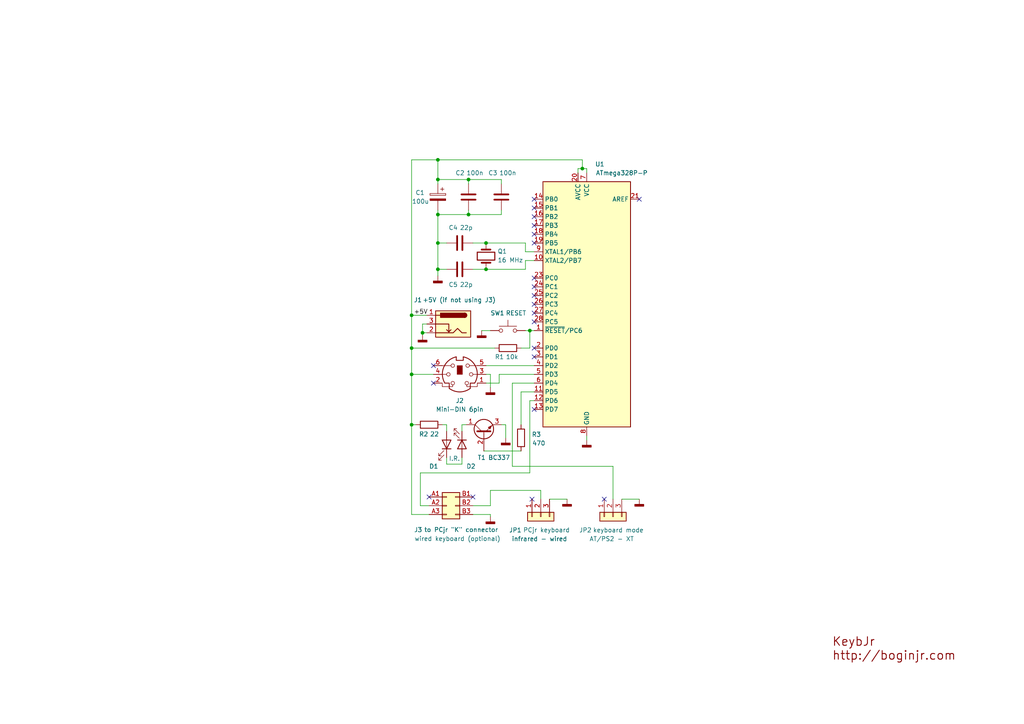
<source format=kicad_sch>
(kicad_sch (version 20230121) (generator eeschema)

  (uuid e63e39d7-6ac0-4ffd-8aa3-1841a4541b55)

  (paper "A4")

  (lib_symbols
    (symbol "Connector:Barrel_Jack_Switch" (pin_names hide) (in_bom yes) (on_board yes)
      (property "Reference" "J" (at 0 5.334 0)
        (effects (font (size 1.27 1.27)))
      )
      (property "Value" "Barrel_Jack_Switch" (at 0 -5.08 0)
        (effects (font (size 1.27 1.27)))
      )
      (property "Footprint" "" (at 1.27 -1.016 0)
        (effects (font (size 1.27 1.27)) hide)
      )
      (property "Datasheet" "~" (at 1.27 -1.016 0)
        (effects (font (size 1.27 1.27)) hide)
      )
      (property "ki_keywords" "DC power barrel jack connector" (at 0 0 0)
        (effects (font (size 1.27 1.27)) hide)
      )
      (property "ki_description" "DC Barrel Jack with an internal switch" (at 0 0 0)
        (effects (font (size 1.27 1.27)) hide)
      )
      (property "ki_fp_filters" "BarrelJack*" (at 0 0 0)
        (effects (font (size 1.27 1.27)) hide)
      )
      (symbol "Barrel_Jack_Switch_0_1"
        (rectangle (start -5.08 3.81) (end 5.08 -3.81)
          (stroke (width 0.254) (type default))
          (fill (type background))
        )
        (arc (start -3.302 3.175) (mid -3.9343 2.54) (end -3.302 1.905)
          (stroke (width 0.254) (type default))
          (fill (type none))
        )
        (arc (start -3.302 3.175) (mid -3.9343 2.54) (end -3.302 1.905)
          (stroke (width 0.254) (type default))
          (fill (type outline))
        )
        (polyline
          (pts
            (xy 1.27 -2.286)
            (xy 1.905 -1.651)
          )
          (stroke (width 0.254) (type default))
          (fill (type none))
        )
        (polyline
          (pts
            (xy 5.08 2.54)
            (xy 3.81 2.54)
          )
          (stroke (width 0.254) (type default))
          (fill (type none))
        )
        (polyline
          (pts
            (xy 5.08 0)
            (xy 1.27 0)
            (xy 1.27 -2.286)
            (xy 0.635 -1.651)
          )
          (stroke (width 0.254) (type default))
          (fill (type none))
        )
        (polyline
          (pts
            (xy -3.81 -2.54)
            (xy -2.54 -2.54)
            (xy -1.27 -1.27)
            (xy 0 -2.54)
            (xy 2.54 -2.54)
            (xy 5.08 -2.54)
          )
          (stroke (width 0.254) (type default))
          (fill (type none))
        )
        (rectangle (start 3.683 3.175) (end -3.302 1.905)
          (stroke (width 0.254) (type default))
          (fill (type outline))
        )
      )
      (symbol "Barrel_Jack_Switch_1_1"
        (pin passive line (at 7.62 2.54 180) (length 2.54)
          (name "~" (effects (font (size 1.27 1.27))))
          (number "1" (effects (font (size 1.27 1.27))))
        )
        (pin passive line (at 7.62 -2.54 180) (length 2.54)
          (name "~" (effects (font (size 1.27 1.27))))
          (number "2" (effects (font (size 1.27 1.27))))
        )
        (pin passive line (at 7.62 0 180) (length 2.54)
          (name "~" (effects (font (size 1.27 1.27))))
          (number "3" (effects (font (size 1.27 1.27))))
        )
      )
    )
    (symbol "Connector:Mini-DIN-6" (pin_names (offset 1.016)) (in_bom yes) (on_board yes)
      (property "Reference" "J" (at 0 6.35 0)
        (effects (font (size 1.27 1.27)))
      )
      (property "Value" "Mini-DIN-6" (at 0 -6.35 0)
        (effects (font (size 1.27 1.27)))
      )
      (property "Footprint" "" (at 0 0 0)
        (effects (font (size 1.27 1.27)) hide)
      )
      (property "Datasheet" "http://service.powerdynamics.com/ec/Catalog17/Section%2011.pdf" (at 0 0 0)
        (effects (font (size 1.27 1.27)) hide)
      )
      (property "ki_keywords" "Mini-DIN" (at 0 0 0)
        (effects (font (size 1.27 1.27)) hide)
      )
      (property "ki_description" "6-pin Mini-DIN connector" (at 0 0 0)
        (effects (font (size 1.27 1.27)) hide)
      )
      (property "ki_fp_filters" "MINI?DIN*" (at 0 0 0)
        (effects (font (size 1.27 1.27)) hide)
      )
      (symbol "Mini-DIN-6_0_1"
        (circle (center -3.302 0) (radius 0.508)
          (stroke (width 0) (type default))
          (fill (type none))
        )
        (arc (start -3.048 -4.064) (mid 0 -5.08) (end 3.048 -4.064)
          (stroke (width 0.254) (type default))
          (fill (type none))
        )
        (circle (center -2.032 -2.54) (radius 0.508)
          (stroke (width 0) (type default))
          (fill (type none))
        )
        (circle (center -2.032 2.54) (radius 0.508)
          (stroke (width 0) (type default))
          (fill (type none))
        )
        (arc (start -1.016 5.08) (mid -4.6228 2.1214) (end -4.318 -2.54)
          (stroke (width 0.254) (type default))
          (fill (type none))
        )
        (rectangle (start -0.762 2.54) (end 0.762 0)
          (stroke (width 0) (type default))
          (fill (type outline))
        )
        (polyline
          (pts
            (xy -3.81 0)
            (xy -5.08 0)
          )
          (stroke (width 0) (type default))
          (fill (type none))
        )
        (polyline
          (pts
            (xy -2.54 2.54)
            (xy -5.08 2.54)
          )
          (stroke (width 0) (type default))
          (fill (type none))
        )
        (polyline
          (pts
            (xy 2.794 2.54)
            (xy 5.08 2.54)
          )
          (stroke (width 0) (type default))
          (fill (type none))
        )
        (polyline
          (pts
            (xy 5.08 0)
            (xy 3.81 0)
          )
          (stroke (width 0) (type default))
          (fill (type none))
        )
        (polyline
          (pts
            (xy -4.318 -2.54)
            (xy -3.048 -2.54)
            (xy -3.048 -4.064)
          )
          (stroke (width 0.254) (type default))
          (fill (type none))
        )
        (polyline
          (pts
            (xy 4.318 -2.54)
            (xy 3.048 -2.54)
            (xy 3.048 -4.064)
          )
          (stroke (width 0.254) (type default))
          (fill (type none))
        )
        (polyline
          (pts
            (xy -2.032 -3.048)
            (xy -2.032 -3.556)
            (xy -5.08 -3.556)
            (xy -5.08 -2.54)
          )
          (stroke (width 0) (type default))
          (fill (type none))
        )
        (polyline
          (pts
            (xy -1.016 5.08)
            (xy -1.016 4.064)
            (xy 1.016 4.064)
            (xy 1.016 5.08)
          )
          (stroke (width 0.254) (type default))
          (fill (type none))
        )
        (polyline
          (pts
            (xy 2.032 -3.048)
            (xy 2.032 -3.556)
            (xy 5.08 -3.556)
            (xy 5.08 -2.54)
          )
          (stroke (width 0) (type default))
          (fill (type none))
        )
        (circle (center 2.032 -2.54) (radius 0.508)
          (stroke (width 0) (type default))
          (fill (type none))
        )
        (circle (center 2.286 2.54) (radius 0.508)
          (stroke (width 0) (type default))
          (fill (type none))
        )
        (circle (center 3.302 0) (radius 0.508)
          (stroke (width 0) (type default))
          (fill (type none))
        )
        (arc (start 4.318 -2.54) (mid 4.6661 2.1322) (end 1.016 5.08)
          (stroke (width 0.254) (type default))
          (fill (type none))
        )
      )
      (symbol "Mini-DIN-6_1_1"
        (pin passive line (at 7.62 -2.54 180) (length 2.54)
          (name "~" (effects (font (size 1.27 1.27))))
          (number "1" (effects (font (size 1.27 1.27))))
        )
        (pin passive line (at -7.62 -2.54 0) (length 2.54)
          (name "~" (effects (font (size 1.27 1.27))))
          (number "2" (effects (font (size 1.27 1.27))))
        )
        (pin passive line (at 7.62 0 180) (length 2.54)
          (name "~" (effects (font (size 1.27 1.27))))
          (number "3" (effects (font (size 1.27 1.27))))
        )
        (pin passive line (at -7.62 0 0) (length 2.54)
          (name "~" (effects (font (size 1.27 1.27))))
          (number "4" (effects (font (size 1.27 1.27))))
        )
        (pin passive line (at 7.62 2.54 180) (length 2.54)
          (name "~" (effects (font (size 1.27 1.27))))
          (number "5" (effects (font (size 1.27 1.27))))
        )
        (pin passive line (at -7.62 2.54 0) (length 2.54)
          (name "~" (effects (font (size 1.27 1.27))))
          (number "6" (effects (font (size 1.27 1.27))))
        )
      )
    )
    (symbol "Connector_Generic:Conn_01x03" (pin_names (offset 1.016) hide) (in_bom yes) (on_board yes)
      (property "Reference" "J" (at 0 5.08 0)
        (effects (font (size 1.27 1.27)))
      )
      (property "Value" "Conn_01x03" (at 0 -5.08 0)
        (effects (font (size 1.27 1.27)))
      )
      (property "Footprint" "" (at 0 0 0)
        (effects (font (size 1.27 1.27)) hide)
      )
      (property "Datasheet" "~" (at 0 0 0)
        (effects (font (size 1.27 1.27)) hide)
      )
      (property "ki_keywords" "connector" (at 0 0 0)
        (effects (font (size 1.27 1.27)) hide)
      )
      (property "ki_description" "Generic connector, single row, 01x03, script generated (kicad-library-utils/schlib/autogen/connector/)" (at 0 0 0)
        (effects (font (size 1.27 1.27)) hide)
      )
      (property "ki_fp_filters" "Connector*:*_1x??_*" (at 0 0 0)
        (effects (font (size 1.27 1.27)) hide)
      )
      (symbol "Conn_01x03_1_1"
        (rectangle (start -1.27 -2.413) (end 0 -2.667)
          (stroke (width 0.1524) (type default))
          (fill (type none))
        )
        (rectangle (start -1.27 0.127) (end 0 -0.127)
          (stroke (width 0.1524) (type default))
          (fill (type none))
        )
        (rectangle (start -1.27 2.667) (end 0 2.413)
          (stroke (width 0.1524) (type default))
          (fill (type none))
        )
        (rectangle (start -1.27 3.81) (end 1.27 -3.81)
          (stroke (width 0.254) (type default))
          (fill (type background))
        )
        (pin passive line (at -5.08 2.54 0) (length 3.81)
          (name "Pin_1" (effects (font (size 1.27 1.27))))
          (number "1" (effects (font (size 1.27 1.27))))
        )
        (pin passive line (at -5.08 0 0) (length 3.81)
          (name "Pin_2" (effects (font (size 1.27 1.27))))
          (number "2" (effects (font (size 1.27 1.27))))
        )
        (pin passive line (at -5.08 -2.54 0) (length 3.81)
          (name "Pin_3" (effects (font (size 1.27 1.27))))
          (number "3" (effects (font (size 1.27 1.27))))
        )
      )
    )
    (symbol "Connector_Generic:Conn_02x03_Row_Letter_First" (pin_names (offset 1.016) hide) (in_bom yes) (on_board yes)
      (property "Reference" "J?" (at 1.27 8.89 0)
        (effects (font (size 1.27 1.27)))
      )
      (property "Value" "Conn_02x03_Row_Letter_First" (at 1.27 6.35 0)
        (effects (font (size 1.27 1.27)))
      )
      (property "Footprint" "" (at 0 0 0)
        (effects (font (size 1.27 1.27)) hide)
      )
      (property "Datasheet" "~" (at 0 0 0)
        (effects (font (size 1.27 1.27)) hide)
      )
      (property "ki_keywords" "connector" (at 0 0 0)
        (effects (font (size 1.27 1.27)) hide)
      )
      (property "ki_description" "Generic connector, double row, 02x03, row letter first pin numbering scheme (pin number consists of a letter for the row and a number for the pin index in this row. a1, ..., aN; b1, ..., bN), script generated (kicad-library-utils/schlib/autogen/connector/)" (at 0 0 0)
        (effects (font (size 1.27 1.27)) hide)
      )
      (property "ki_fp_filters" "Connector*:*_2x??_*" (at 0 0 0)
        (effects (font (size 1.27 1.27)) hide)
      )
      (symbol "Conn_02x03_Row_Letter_First_1_1"
        (rectangle (start -1.27 -2.413) (end 0 -2.667)
          (stroke (width 0.1524) (type default))
          (fill (type none))
        )
        (rectangle (start -1.27 0.127) (end 0 -0.127)
          (stroke (width 0.1524) (type default))
          (fill (type none))
        )
        (rectangle (start -1.27 2.667) (end 0 2.413)
          (stroke (width 0.1524) (type default))
          (fill (type none))
        )
        (rectangle (start -1.27 3.81) (end 3.81 -3.81)
          (stroke (width 0.254) (type default))
          (fill (type background))
        )
        (rectangle (start 3.81 -2.413) (end 2.54 -2.667)
          (stroke (width 0.1524) (type default))
          (fill (type none))
        )
        (rectangle (start 3.81 0.127) (end 2.54 -0.127)
          (stroke (width 0.1524) (type default))
          (fill (type none))
        )
        (rectangle (start 3.81 2.667) (end 2.54 2.413)
          (stroke (width 0.1524) (type default))
          (fill (type none))
        )
        (pin passive line (at -5.08 2.54 0) (length 3.81)
          (name "Pin_a1" (effects (font (size 1.27 1.27))))
          (number "A1" (effects (font (size 1.27 1.27))))
        )
        (pin passive line (at -5.08 0 0) (length 3.81)
          (name "Pin_a2" (effects (font (size 1.27 1.27))))
          (number "A2" (effects (font (size 1.27 1.27))))
        )
        (pin passive line (at -5.08 -2.54 0) (length 3.81)
          (name "Pin_a3" (effects (font (size 1.27 1.27))))
          (number "A3" (effects (font (size 1.27 1.27))))
        )
        (pin passive line (at 7.62 2.54 180) (length 3.81)
          (name "Pin_b1" (effects (font (size 1.27 1.27))))
          (number "B1" (effects (font (size 1.27 1.27))))
        )
        (pin passive line (at 7.62 0 180) (length 3.81)
          (name "Pin_b2" (effects (font (size 1.27 1.27))))
          (number "B2" (effects (font (size 1.27 1.27))))
        )
        (pin passive line (at 7.62 -2.54 180) (length 3.81)
          (name "Pin_b3" (effects (font (size 1.27 1.27))))
          (number "B3" (effects (font (size 1.27 1.27))))
        )
      )
    )
    (symbol "Device:C" (pin_numbers hide) (pin_names (offset 0.254)) (in_bom yes) (on_board yes)
      (property "Reference" "C" (at 0.635 2.54 0)
        (effects (font (size 1.27 1.27)) (justify left))
      )
      (property "Value" "C" (at 0.635 -2.54 0)
        (effects (font (size 1.27 1.27)) (justify left))
      )
      (property "Footprint" "" (at 0.9652 -3.81 0)
        (effects (font (size 1.27 1.27)) hide)
      )
      (property "Datasheet" "~" (at 0 0 0)
        (effects (font (size 1.27 1.27)) hide)
      )
      (property "ki_keywords" "cap capacitor" (at 0 0 0)
        (effects (font (size 1.27 1.27)) hide)
      )
      (property "ki_description" "Unpolarized capacitor" (at 0 0 0)
        (effects (font (size 1.27 1.27)) hide)
      )
      (property "ki_fp_filters" "C_*" (at 0 0 0)
        (effects (font (size 1.27 1.27)) hide)
      )
      (symbol "C_0_1"
        (polyline
          (pts
            (xy -2.032 -0.762)
            (xy 2.032 -0.762)
          )
          (stroke (width 0.508) (type default))
          (fill (type none))
        )
        (polyline
          (pts
            (xy -2.032 0.762)
            (xy 2.032 0.762)
          )
          (stroke (width 0.508) (type default))
          (fill (type none))
        )
      )
      (symbol "C_1_1"
        (pin passive line (at 0 3.81 270) (length 2.794)
          (name "~" (effects (font (size 1.27 1.27))))
          (number "1" (effects (font (size 1.27 1.27))))
        )
        (pin passive line (at 0 -3.81 90) (length 2.794)
          (name "~" (effects (font (size 1.27 1.27))))
          (number "2" (effects (font (size 1.27 1.27))))
        )
      )
    )
    (symbol "Device:C_Polarized" (pin_numbers hide) (pin_names (offset 0.254)) (in_bom yes) (on_board yes)
      (property "Reference" "C" (at 0.635 2.54 0)
        (effects (font (size 1.27 1.27)) (justify left))
      )
      (property "Value" "C_Polarized" (at 0.635 -2.54 0)
        (effects (font (size 1.27 1.27)) (justify left))
      )
      (property "Footprint" "" (at 0.9652 -3.81 0)
        (effects (font (size 1.27 1.27)) hide)
      )
      (property "Datasheet" "~" (at 0 0 0)
        (effects (font (size 1.27 1.27)) hide)
      )
      (property "ki_keywords" "cap capacitor" (at 0 0 0)
        (effects (font (size 1.27 1.27)) hide)
      )
      (property "ki_description" "Polarized capacitor" (at 0 0 0)
        (effects (font (size 1.27 1.27)) hide)
      )
      (property "ki_fp_filters" "CP_*" (at 0 0 0)
        (effects (font (size 1.27 1.27)) hide)
      )
      (symbol "C_Polarized_0_1"
        (rectangle (start -2.286 0.508) (end 2.286 1.016)
          (stroke (width 0) (type default))
          (fill (type none))
        )
        (polyline
          (pts
            (xy -1.778 2.286)
            (xy -0.762 2.286)
          )
          (stroke (width 0) (type default))
          (fill (type none))
        )
        (polyline
          (pts
            (xy -1.27 2.794)
            (xy -1.27 1.778)
          )
          (stroke (width 0) (type default))
          (fill (type none))
        )
        (rectangle (start 2.286 -0.508) (end -2.286 -1.016)
          (stroke (width 0) (type default))
          (fill (type outline))
        )
      )
      (symbol "C_Polarized_1_1"
        (pin passive line (at 0 3.81 270) (length 2.794)
          (name "~" (effects (font (size 1.27 1.27))))
          (number "1" (effects (font (size 1.27 1.27))))
        )
        (pin passive line (at 0 -3.81 90) (length 2.794)
          (name "~" (effects (font (size 1.27 1.27))))
          (number "2" (effects (font (size 1.27 1.27))))
        )
      )
    )
    (symbol "Device:Crystal" (pin_numbers hide) (pin_names (offset 1.016) hide) (in_bom yes) (on_board yes)
      (property "Reference" "Y" (at 0 3.81 0)
        (effects (font (size 1.27 1.27)))
      )
      (property "Value" "Crystal" (at 0 -3.81 0)
        (effects (font (size 1.27 1.27)))
      )
      (property "Footprint" "" (at 0 0 0)
        (effects (font (size 1.27 1.27)) hide)
      )
      (property "Datasheet" "~" (at 0 0 0)
        (effects (font (size 1.27 1.27)) hide)
      )
      (property "ki_keywords" "quartz ceramic resonator oscillator" (at 0 0 0)
        (effects (font (size 1.27 1.27)) hide)
      )
      (property "ki_description" "Two pin crystal" (at 0 0 0)
        (effects (font (size 1.27 1.27)) hide)
      )
      (property "ki_fp_filters" "Crystal*" (at 0 0 0)
        (effects (font (size 1.27 1.27)) hide)
      )
      (symbol "Crystal_0_1"
        (rectangle (start -1.143 2.54) (end 1.143 -2.54)
          (stroke (width 0.3048) (type default))
          (fill (type none))
        )
        (polyline
          (pts
            (xy -2.54 0)
            (xy -1.905 0)
          )
          (stroke (width 0) (type default))
          (fill (type none))
        )
        (polyline
          (pts
            (xy -1.905 -1.27)
            (xy -1.905 1.27)
          )
          (stroke (width 0.508) (type default))
          (fill (type none))
        )
        (polyline
          (pts
            (xy 1.905 -1.27)
            (xy 1.905 1.27)
          )
          (stroke (width 0.508) (type default))
          (fill (type none))
        )
        (polyline
          (pts
            (xy 2.54 0)
            (xy 1.905 0)
          )
          (stroke (width 0) (type default))
          (fill (type none))
        )
      )
      (symbol "Crystal_1_1"
        (pin passive line (at -3.81 0 0) (length 1.27)
          (name "1" (effects (font (size 1.27 1.27))))
          (number "1" (effects (font (size 1.27 1.27))))
        )
        (pin passive line (at 3.81 0 180) (length 1.27)
          (name "2" (effects (font (size 1.27 1.27))))
          (number "2" (effects (font (size 1.27 1.27))))
        )
      )
    )
    (symbol "Device:LED" (pin_numbers hide) (pin_names (offset 1.016) hide) (in_bom yes) (on_board yes)
      (property "Reference" "D" (at 0 2.54 0)
        (effects (font (size 1.27 1.27)))
      )
      (property "Value" "LED" (at 0 -2.54 0)
        (effects (font (size 1.27 1.27)))
      )
      (property "Footprint" "" (at 0 0 0)
        (effects (font (size 1.27 1.27)) hide)
      )
      (property "Datasheet" "~" (at 0 0 0)
        (effects (font (size 1.27 1.27)) hide)
      )
      (property "ki_keywords" "LED diode" (at 0 0 0)
        (effects (font (size 1.27 1.27)) hide)
      )
      (property "ki_description" "Light emitting diode" (at 0 0 0)
        (effects (font (size 1.27 1.27)) hide)
      )
      (property "ki_fp_filters" "LED* LED_SMD:* LED_THT:*" (at 0 0 0)
        (effects (font (size 1.27 1.27)) hide)
      )
      (symbol "LED_0_1"
        (polyline
          (pts
            (xy -1.27 -1.27)
            (xy -1.27 1.27)
          )
          (stroke (width 0.254) (type default))
          (fill (type none))
        )
        (polyline
          (pts
            (xy -1.27 0)
            (xy 1.27 0)
          )
          (stroke (width 0) (type default))
          (fill (type none))
        )
        (polyline
          (pts
            (xy 1.27 -1.27)
            (xy 1.27 1.27)
            (xy -1.27 0)
            (xy 1.27 -1.27)
          )
          (stroke (width 0.254) (type default))
          (fill (type none))
        )
        (polyline
          (pts
            (xy -3.048 -0.762)
            (xy -4.572 -2.286)
            (xy -3.81 -2.286)
            (xy -4.572 -2.286)
            (xy -4.572 -1.524)
          )
          (stroke (width 0) (type default))
          (fill (type none))
        )
        (polyline
          (pts
            (xy -1.778 -0.762)
            (xy -3.302 -2.286)
            (xy -2.54 -2.286)
            (xy -3.302 -2.286)
            (xy -3.302 -1.524)
          )
          (stroke (width 0) (type default))
          (fill (type none))
        )
      )
      (symbol "LED_1_1"
        (pin passive line (at -3.81 0 0) (length 2.54)
          (name "K" (effects (font (size 1.27 1.27))))
          (number "1" (effects (font (size 1.27 1.27))))
        )
        (pin passive line (at 3.81 0 180) (length 2.54)
          (name "A" (effects (font (size 1.27 1.27))))
          (number "2" (effects (font (size 1.27 1.27))))
        )
      )
    )
    (symbol "Device:R" (pin_numbers hide) (pin_names (offset 0)) (in_bom yes) (on_board yes)
      (property "Reference" "R" (at 2.032 0 90)
        (effects (font (size 1.27 1.27)))
      )
      (property "Value" "R" (at 0 0 90)
        (effects (font (size 1.27 1.27)))
      )
      (property "Footprint" "" (at -1.778 0 90)
        (effects (font (size 1.27 1.27)) hide)
      )
      (property "Datasheet" "~" (at 0 0 0)
        (effects (font (size 1.27 1.27)) hide)
      )
      (property "ki_keywords" "R res resistor" (at 0 0 0)
        (effects (font (size 1.27 1.27)) hide)
      )
      (property "ki_description" "Resistor" (at 0 0 0)
        (effects (font (size 1.27 1.27)) hide)
      )
      (property "ki_fp_filters" "R_*" (at 0 0 0)
        (effects (font (size 1.27 1.27)) hide)
      )
      (symbol "R_0_1"
        (rectangle (start -1.016 -2.54) (end 1.016 2.54)
          (stroke (width 0.254) (type default))
          (fill (type none))
        )
      )
      (symbol "R_1_1"
        (pin passive line (at 0 3.81 270) (length 1.27)
          (name "~" (effects (font (size 1.27 1.27))))
          (number "1" (effects (font (size 1.27 1.27))))
        )
        (pin passive line (at 0 -3.81 90) (length 1.27)
          (name "~" (effects (font (size 1.27 1.27))))
          (number "2" (effects (font (size 1.27 1.27))))
        )
      )
    )
    (symbol "MCU_Microchip_ATmega:ATmega328P-P" (in_bom yes) (on_board yes)
      (property "Reference" "U" (at -12.7 36.83 0)
        (effects (font (size 1.27 1.27)) (justify left bottom))
      )
      (property "Value" "ATmega328P-P" (at 2.54 -36.83 0)
        (effects (font (size 1.27 1.27)) (justify left top))
      )
      (property "Footprint" "Package_DIP:DIP-28_W7.62mm" (at 0 0 0)
        (effects (font (size 1.27 1.27) italic) hide)
      )
      (property "Datasheet" "http://ww1.microchip.com/downloads/en/DeviceDoc/ATmega328_P%20AVR%20MCU%20with%20picoPower%20Technology%20Data%20Sheet%2040001984A.pdf" (at 0 0 0)
        (effects (font (size 1.27 1.27)) hide)
      )
      (property "ki_keywords" "AVR 8bit Microcontroller MegaAVR PicoPower" (at 0 0 0)
        (effects (font (size 1.27 1.27)) hide)
      )
      (property "ki_description" "20MHz, 32kB Flash, 2kB SRAM, 1kB EEPROM, DIP-28" (at 0 0 0)
        (effects (font (size 1.27 1.27)) hide)
      )
      (property "ki_fp_filters" "DIP*W7.62mm*" (at 0 0 0)
        (effects (font (size 1.27 1.27)) hide)
      )
      (symbol "ATmega328P-P_0_1"
        (rectangle (start -12.7 -35.56) (end 12.7 35.56)
          (stroke (width 0.254) (type default))
          (fill (type background))
        )
      )
      (symbol "ATmega328P-P_1_1"
        (pin bidirectional line (at 15.24 -7.62 180) (length 2.54)
          (name "~{RESET}/PC6" (effects (font (size 1.27 1.27))))
          (number "1" (effects (font (size 1.27 1.27))))
        )
        (pin bidirectional line (at 15.24 12.7 180) (length 2.54)
          (name "XTAL2/PB7" (effects (font (size 1.27 1.27))))
          (number "10" (effects (font (size 1.27 1.27))))
        )
        (pin bidirectional line (at 15.24 -25.4 180) (length 2.54)
          (name "PD5" (effects (font (size 1.27 1.27))))
          (number "11" (effects (font (size 1.27 1.27))))
        )
        (pin bidirectional line (at 15.24 -27.94 180) (length 2.54)
          (name "PD6" (effects (font (size 1.27 1.27))))
          (number "12" (effects (font (size 1.27 1.27))))
        )
        (pin bidirectional line (at 15.24 -30.48 180) (length 2.54)
          (name "PD7" (effects (font (size 1.27 1.27))))
          (number "13" (effects (font (size 1.27 1.27))))
        )
        (pin bidirectional line (at 15.24 30.48 180) (length 2.54)
          (name "PB0" (effects (font (size 1.27 1.27))))
          (number "14" (effects (font (size 1.27 1.27))))
        )
        (pin bidirectional line (at 15.24 27.94 180) (length 2.54)
          (name "PB1" (effects (font (size 1.27 1.27))))
          (number "15" (effects (font (size 1.27 1.27))))
        )
        (pin bidirectional line (at 15.24 25.4 180) (length 2.54)
          (name "PB2" (effects (font (size 1.27 1.27))))
          (number "16" (effects (font (size 1.27 1.27))))
        )
        (pin bidirectional line (at 15.24 22.86 180) (length 2.54)
          (name "PB3" (effects (font (size 1.27 1.27))))
          (number "17" (effects (font (size 1.27 1.27))))
        )
        (pin bidirectional line (at 15.24 20.32 180) (length 2.54)
          (name "PB4" (effects (font (size 1.27 1.27))))
          (number "18" (effects (font (size 1.27 1.27))))
        )
        (pin bidirectional line (at 15.24 17.78 180) (length 2.54)
          (name "PB5" (effects (font (size 1.27 1.27))))
          (number "19" (effects (font (size 1.27 1.27))))
        )
        (pin bidirectional line (at 15.24 -12.7 180) (length 2.54)
          (name "PD0" (effects (font (size 1.27 1.27))))
          (number "2" (effects (font (size 1.27 1.27))))
        )
        (pin power_in line (at 2.54 38.1 270) (length 2.54)
          (name "AVCC" (effects (font (size 1.27 1.27))))
          (number "20" (effects (font (size 1.27 1.27))))
        )
        (pin passive line (at -15.24 30.48 0) (length 2.54)
          (name "AREF" (effects (font (size 1.27 1.27))))
          (number "21" (effects (font (size 1.27 1.27))))
        )
        (pin passive line (at 0 -38.1 90) (length 2.54) hide
          (name "GND" (effects (font (size 1.27 1.27))))
          (number "22" (effects (font (size 1.27 1.27))))
        )
        (pin bidirectional line (at 15.24 7.62 180) (length 2.54)
          (name "PC0" (effects (font (size 1.27 1.27))))
          (number "23" (effects (font (size 1.27 1.27))))
        )
        (pin bidirectional line (at 15.24 5.08 180) (length 2.54)
          (name "PC1" (effects (font (size 1.27 1.27))))
          (number "24" (effects (font (size 1.27 1.27))))
        )
        (pin bidirectional line (at 15.24 2.54 180) (length 2.54)
          (name "PC2" (effects (font (size 1.27 1.27))))
          (number "25" (effects (font (size 1.27 1.27))))
        )
        (pin bidirectional line (at 15.24 0 180) (length 2.54)
          (name "PC3" (effects (font (size 1.27 1.27))))
          (number "26" (effects (font (size 1.27 1.27))))
        )
        (pin bidirectional line (at 15.24 -2.54 180) (length 2.54)
          (name "PC4" (effects (font (size 1.27 1.27))))
          (number "27" (effects (font (size 1.27 1.27))))
        )
        (pin bidirectional line (at 15.24 -5.08 180) (length 2.54)
          (name "PC5" (effects (font (size 1.27 1.27))))
          (number "28" (effects (font (size 1.27 1.27))))
        )
        (pin bidirectional line (at 15.24 -15.24 180) (length 2.54)
          (name "PD1" (effects (font (size 1.27 1.27))))
          (number "3" (effects (font (size 1.27 1.27))))
        )
        (pin bidirectional line (at 15.24 -17.78 180) (length 2.54)
          (name "PD2" (effects (font (size 1.27 1.27))))
          (number "4" (effects (font (size 1.27 1.27))))
        )
        (pin bidirectional line (at 15.24 -20.32 180) (length 2.54)
          (name "PD3" (effects (font (size 1.27 1.27))))
          (number "5" (effects (font (size 1.27 1.27))))
        )
        (pin bidirectional line (at 15.24 -22.86 180) (length 2.54)
          (name "PD4" (effects (font (size 1.27 1.27))))
          (number "6" (effects (font (size 1.27 1.27))))
        )
        (pin power_in line (at 0 38.1 270) (length 2.54)
          (name "VCC" (effects (font (size 1.27 1.27))))
          (number "7" (effects (font (size 1.27 1.27))))
        )
        (pin power_in line (at 0 -38.1 90) (length 2.54)
          (name "GND" (effects (font (size 1.27 1.27))))
          (number "8" (effects (font (size 1.27 1.27))))
        )
        (pin bidirectional line (at 15.24 15.24 180) (length 2.54)
          (name "XTAL1/PB6" (effects (font (size 1.27 1.27))))
          (number "9" (effects (font (size 1.27 1.27))))
        )
      )
    )
    (symbol "Switch:SW_Push" (pin_numbers hide) (pin_names (offset 1.016) hide) (in_bom yes) (on_board yes)
      (property "Reference" "SW" (at 1.27 2.54 0)
        (effects (font (size 1.27 1.27)) (justify left))
      )
      (property "Value" "SW_Push" (at 0 -1.524 0)
        (effects (font (size 1.27 1.27)))
      )
      (property "Footprint" "" (at 0 5.08 0)
        (effects (font (size 1.27 1.27)) hide)
      )
      (property "Datasheet" "~" (at 0 5.08 0)
        (effects (font (size 1.27 1.27)) hide)
      )
      (property "ki_keywords" "switch normally-open pushbutton push-button" (at 0 0 0)
        (effects (font (size 1.27 1.27)) hide)
      )
      (property "ki_description" "Push button switch, generic, two pins" (at 0 0 0)
        (effects (font (size 1.27 1.27)) hide)
      )
      (symbol "SW_Push_0_1"
        (circle (center -2.032 0) (radius 0.508)
          (stroke (width 0) (type default))
          (fill (type none))
        )
        (polyline
          (pts
            (xy 0 1.27)
            (xy 0 3.048)
          )
          (stroke (width 0) (type default))
          (fill (type none))
        )
        (polyline
          (pts
            (xy 2.54 1.27)
            (xy -2.54 1.27)
          )
          (stroke (width 0) (type default))
          (fill (type none))
        )
        (circle (center 2.032 0) (radius 0.508)
          (stroke (width 0) (type default))
          (fill (type none))
        )
        (pin passive line (at -5.08 0 0) (length 2.54)
          (name "1" (effects (font (size 1.27 1.27))))
          (number "1" (effects (font (size 1.27 1.27))))
        )
        (pin passive line (at 5.08 0 180) (length 2.54)
          (name "2" (effects (font (size 1.27 1.27))))
          (number "2" (effects (font (size 1.27 1.27))))
        )
      )
    )
    (symbol "Transistor_BJT:BC337" (pin_names (offset 0) hide) (in_bom yes) (on_board yes)
      (property "Reference" "Q" (at 5.08 1.905 0)
        (effects (font (size 1.27 1.27)) (justify left))
      )
      (property "Value" "BC337" (at 5.08 0 0)
        (effects (font (size 1.27 1.27)) (justify left))
      )
      (property "Footprint" "Package_TO_SOT_THT:TO-92_Inline" (at 5.08 -1.905 0)
        (effects (font (size 1.27 1.27) italic) (justify left) hide)
      )
      (property "Datasheet" "https://diotec.com/tl_files/diotec/files/pdf/datasheets/bc337.pdf" (at 0 0 0)
        (effects (font (size 1.27 1.27)) (justify left) hide)
      )
      (property "ki_keywords" "NPN Transistor" (at 0 0 0)
        (effects (font (size 1.27 1.27)) hide)
      )
      (property "ki_description" "0.8A Ic, 45V Vce, NPN Transistor, TO-92" (at 0 0 0)
        (effects (font (size 1.27 1.27)) hide)
      )
      (property "ki_fp_filters" "TO?92*" (at 0 0 0)
        (effects (font (size 1.27 1.27)) hide)
      )
      (symbol "BC337_0_1"
        (polyline
          (pts
            (xy 0 0)
            (xy 0.635 0)
          )
          (stroke (width 0) (type default))
          (fill (type none))
        )
        (polyline
          (pts
            (xy 0.635 0.635)
            (xy 2.54 2.54)
          )
          (stroke (width 0) (type default))
          (fill (type none))
        )
        (polyline
          (pts
            (xy 0.635 -0.635)
            (xy 2.54 -2.54)
            (xy 2.54 -2.54)
          )
          (stroke (width 0) (type default))
          (fill (type none))
        )
        (polyline
          (pts
            (xy 0.635 1.905)
            (xy 0.635 -1.905)
            (xy 0.635 -1.905)
          )
          (stroke (width 0.508) (type default))
          (fill (type none))
        )
        (polyline
          (pts
            (xy 1.27 -1.778)
            (xy 1.778 -1.27)
            (xy 2.286 -2.286)
            (xy 1.27 -1.778)
            (xy 1.27 -1.778)
          )
          (stroke (width 0) (type default))
          (fill (type outline))
        )
        (circle (center 1.27 0) (radius 2.8194)
          (stroke (width 0.254) (type default))
          (fill (type none))
        )
      )
      (symbol "BC337_1_1"
        (pin passive line (at 2.54 5.08 270) (length 2.54)
          (name "C" (effects (font (size 1.27 1.27))))
          (number "1" (effects (font (size 1.27 1.27))))
        )
        (pin input line (at -5.08 0 0) (length 5.08)
          (name "B" (effects (font (size 1.27 1.27))))
          (number "2" (effects (font (size 1.27 1.27))))
        )
        (pin passive line (at 2.54 -5.08 90) (length 2.54)
          (name "E" (effects (font (size 1.27 1.27))))
          (number "3" (effects (font (size 1.27 1.27))))
        )
      )
    )
    (symbol "power:GNDD" (power) (pin_names (offset 0)) (in_bom yes) (on_board yes)
      (property "Reference" "#PWR" (at 0 -6.35 0)
        (effects (font (size 1.27 1.27)) hide)
      )
      (property "Value" "GNDD" (at 0 -3.175 0)
        (effects (font (size 1.27 1.27)))
      )
      (property "Footprint" "" (at 0 0 0)
        (effects (font (size 1.27 1.27)) hide)
      )
      (property "Datasheet" "" (at 0 0 0)
        (effects (font (size 1.27 1.27)) hide)
      )
      (property "ki_keywords" "global power" (at 0 0 0)
        (effects (font (size 1.27 1.27)) hide)
      )
      (property "ki_description" "Power symbol creates a global label with name \"GNDD\" , digital ground" (at 0 0 0)
        (effects (font (size 1.27 1.27)) hide)
      )
      (symbol "GNDD_0_1"
        (rectangle (start -1.27 -1.524) (end 1.27 -2.032)
          (stroke (width 0.254) (type default))
          (fill (type outline))
        )
        (polyline
          (pts
            (xy 0 0)
            (xy 0 -1.524)
          )
          (stroke (width 0) (type default))
          (fill (type none))
        )
      )
      (symbol "GNDD_1_1"
        (pin power_in line (at 0 0 270) (length 0) hide
          (name "GNDD" (effects (font (size 1.27 1.27))))
          (number "1" (effects (font (size 1.27 1.27))))
        )
      )
    )
  )

  (junction (at 122.555 96.52) (diameter 0) (color 0 0 0 0)
    (uuid 0a6a835f-c64d-4790-b921-13c630bf74f8)
  )
  (junction (at 127 62.23) (diameter 0) (color 0 0 0 0)
    (uuid 3a085212-e014-4f18-81e1-dd2cfbbc61eb)
  )
  (junction (at 140.97 78.105) (diameter 0) (color 0 0 0 0)
    (uuid 6f5e2c06-dc14-45a0-b017-4dbbf01a71e1)
  )
  (junction (at 119.38 123.19) (diameter 0) (color 0 0 0 0)
    (uuid 714f793c-72f7-4aa2-9274-933267a07fbf)
  )
  (junction (at 127 78.105) (diameter 0) (color 0 0 0 0)
    (uuid 86f228db-061a-46b6-921e-1122dd5a20bc)
  )
  (junction (at 140.97 70.485) (diameter 0) (color 0 0 0 0)
    (uuid 99fb4840-5203-49dd-b8f4-0a1506e1b633)
  )
  (junction (at 127 46.355) (diameter 0) (color 0 0 0 0)
    (uuid bb2e67f0-77cc-40a5-b7d0-97addb3fa9db)
  )
  (junction (at 119.38 100.965) (diameter 0) (color 0 0 0 0)
    (uuid c0423dc0-37f8-44f7-9b7a-e94dabc40852)
  )
  (junction (at 135.89 52.07) (diameter 0) (color 0 0 0 0)
    (uuid c15697ef-0147-49f7-8ff8-dcee8a2edcd6)
  )
  (junction (at 135.89 62.23) (diameter 0) (color 0 0 0 0)
    (uuid c3a2e6fc-73b6-4313-a43e-2fb76c39713d)
  )
  (junction (at 119.38 108.585) (diameter 0) (color 0 0 0 0)
    (uuid c4d913bf-d3fb-4d11-adbc-ce6048cf8f06)
  )
  (junction (at 127 70.485) (diameter 0) (color 0 0 0 0)
    (uuid d3fe7bdc-8a92-48bf-8be2-117119246cff)
  )
  (junction (at 168.91 48.895) (diameter 0) (color 0 0 0 0)
    (uuid d9bcaf70-6707-447c-90ca-7d0615812a35)
  )
  (junction (at 119.38 91.44) (diameter 0) (color 0 0 0 0)
    (uuid f1ad8a29-8b62-4237-8062-e7832d7fdd41)
  )
  (junction (at 153.67 95.885) (diameter 0) (color 0 0 0 0)
    (uuid f4b6ce2c-c1f5-43e6-abf6-975298d86de5)
  )
  (junction (at 127 52.07) (diameter 0) (color 0 0 0 0)
    (uuid f6a228d5-419c-40d0-8a82-57948a9490dc)
  )

  (no_connect (at 154.94 93.345) (uuid 1b94966a-e0a2-4b0d-9820-61600d30a591))
  (no_connect (at 154.94 88.265) (uuid 242542ed-b8df-47b6-91e9-743633854dc4))
  (no_connect (at 154.94 118.745) (uuid 28c0bc65-ed7d-46f0-bfae-be428457e804))
  (no_connect (at 125.73 111.125) (uuid 34a2e2b9-fa89-4bd6-8596-796b1b35e65e))
  (no_connect (at 137.16 144.145) (uuid 37fecc93-ec1c-4a42-b9de-d429f2989666))
  (no_connect (at 124.46 144.145) (uuid 7bd31b81-ea42-4f31-b9f6-f672a31de83c))
  (no_connect (at 154.305 144.78) (uuid 7f39f171-e445-4803-b3e0-2bd514ab7f6f))
  (no_connect (at 154.94 60.325) (uuid 867a3b86-7e97-48fa-aab5-73201c393b00))
  (no_connect (at 185.42 57.785) (uuid 8ed56157-3944-4077-82a9-9b5f34a6c7c2))
  (no_connect (at 154.94 100.965) (uuid 91276243-b99b-49ff-84be-84d0dd874309))
  (no_connect (at 125.73 106.045) (uuid 9d04c17e-45d0-499c-bc7a-8e3e5c322946))
  (no_connect (at 154.94 70.485) (uuid a19b9a03-f53c-46cc-9542-0a69c4ff4e8e))
  (no_connect (at 154.94 62.865) (uuid a3ef5e49-9fd0-4270-b707-0dc1e564fd65))
  (no_connect (at 175.26 144.78) (uuid b7120add-e448-48eb-9798-bf354199eeb6))
  (no_connect (at 154.94 90.805) (uuid cc196125-5f57-4f04-b211-552a7929a136))
  (no_connect (at 154.94 103.505) (uuid d8a9fd7d-9d00-4859-a8fd-de92866324c6))
  (no_connect (at 154.94 65.405) (uuid d9eec30f-d919-46a4-9435-af2a4c8af441))
  (no_connect (at 154.94 83.185) (uuid dd054a97-ef00-4a2d-af4d-f26ab93d9338))
  (no_connect (at 154.94 57.785) (uuid e6a2c534-b1df-4488-a3d2-61079703390b))
  (no_connect (at 154.94 67.945) (uuid ea6cd7b9-f86e-4fba-85de-586818c3c317))
  (no_connect (at 154.94 80.645) (uuid f08a92c9-2c94-40e3-a7c4-cd1f152138d6))
  (no_connect (at 154.94 85.725) (uuid f6621fdd-0f04-47fd-8614-69789d352f3c))

  (wire (pts (xy 119.38 91.44) (xy 119.38 46.355))
    (stroke (width 0) (type default))
    (uuid 017261d5-cbf1-43df-99b4-6c55fa8248a7)
  )
  (wire (pts (xy 142.24 112.395) (xy 142.24 108.585))
    (stroke (width 0) (type default))
    (uuid 0485ca36-3b37-4ac3-9caf-757390ceb6cc)
  )
  (wire (pts (xy 148.59 111.125) (xy 148.59 135.255))
    (stroke (width 0) (type default))
    (uuid 066a4a24-a206-4830-bb7f-99c850d01662)
  )
  (wire (pts (xy 127 46.355) (xy 168.91 46.355))
    (stroke (width 0) (type default))
    (uuid 089b9466-5e2c-4906-a5e5-768e27011fa0)
  )
  (wire (pts (xy 152.4 78.105) (xy 152.4 75.565))
    (stroke (width 0) (type default))
    (uuid 128fc2fc-2c16-4d38-937a-fde58e3dfee7)
  )
  (wire (pts (xy 170.18 126.365) (xy 170.18 127.635))
    (stroke (width 0) (type default))
    (uuid 13541433-ab0f-475f-a880-d2402d6ff951)
  )
  (wire (pts (xy 168.91 46.355) (xy 168.91 48.895))
    (stroke (width 0) (type default))
    (uuid 18c710aa-a193-48d6-ab50-47dbee04e936)
  )
  (wire (pts (xy 170.18 50.165) (xy 170.18 48.895))
    (stroke (width 0) (type default))
    (uuid 1ba59354-5399-4343-8130-2283a46ad3c8)
  )
  (wire (pts (xy 144.78 108.585) (xy 144.78 111.125))
    (stroke (width 0) (type default))
    (uuid 1bd0c9f7-b863-49e4-bb0b-305fd0800672)
  )
  (wire (pts (xy 140.97 106.045) (xy 154.94 106.045))
    (stroke (width 0) (type default))
    (uuid 20fc4006-0f27-40be-ba18-0b9e80964d18)
  )
  (wire (pts (xy 153.67 100.965) (xy 153.67 95.885))
    (stroke (width 0) (type default))
    (uuid 2494fe28-fe53-414d-a647-f386d0d8cc4e)
  )
  (wire (pts (xy 127 78.105) (xy 127 80.01))
    (stroke (width 0) (type default))
    (uuid 24a05127-b2ae-45f4-a4bb-c6dbbab6a1a0)
  )
  (wire (pts (xy 124.46 149.225) (xy 119.38 149.225))
    (stroke (width 0) (type default))
    (uuid 316556f7-a42a-4692-a33d-d34d2fefd930)
  )
  (wire (pts (xy 156.845 142.24) (xy 156.845 144.78))
    (stroke (width 0) (type default))
    (uuid 32efd708-d095-4754-a4b7-530aad8c90f4)
  )
  (wire (pts (xy 145.415 123.19) (xy 146.685 123.19))
    (stroke (width 0) (type default))
    (uuid 334c4903-b5f4-4edd-9d64-6bda5a8bcc92)
  )
  (wire (pts (xy 119.38 108.585) (xy 119.38 100.965))
    (stroke (width 0) (type default))
    (uuid 34d93097-512f-42b6-9a8d-7f5a55a2af3e)
  )
  (wire (pts (xy 145.415 60.96) (xy 145.415 62.23))
    (stroke (width 0) (type default))
    (uuid 3900a3fc-4956-4bc5-b81a-c13e7bf2465d)
  )
  (wire (pts (xy 127 52.07) (xy 135.89 52.07))
    (stroke (width 0) (type default))
    (uuid 3a32d08e-57dc-4967-8bad-d1f498322e9a)
  )
  (wire (pts (xy 152.4 95.885) (xy 153.67 95.885))
    (stroke (width 0) (type default))
    (uuid 3b111c45-8860-4d46-8665-952af3365116)
  )
  (wire (pts (xy 146.685 127) (xy 146.685 123.19))
    (stroke (width 0) (type default))
    (uuid 3d0ed9d6-212d-4a13-a699-752c9b127214)
  )
  (wire (pts (xy 154.94 73.025) (xy 152.4 73.025))
    (stroke (width 0) (type default))
    (uuid 3ebe8857-a0ee-43fe-9aa3-c290c8f26cb8)
  )
  (wire (pts (xy 119.38 123.19) (xy 120.65 123.19))
    (stroke (width 0) (type default))
    (uuid 473083d6-bf0d-46a8-bc9c-307418b195f3)
  )
  (wire (pts (xy 139.7 95.885) (xy 142.24 95.885))
    (stroke (width 0) (type default))
    (uuid 4a98ff9f-aeed-4a7b-a490-7942440a8bc6)
  )
  (wire (pts (xy 123.825 93.98) (xy 122.555 93.98))
    (stroke (width 0) (type default))
    (uuid 4dbb854b-a4a7-4355-b2c3-8f098927507a)
  )
  (wire (pts (xy 119.38 100.965) (xy 119.38 91.44))
    (stroke (width 0) (type default))
    (uuid 56fe04d8-2821-4c8d-b80d-890186bb74f7)
  )
  (wire (pts (xy 168.91 48.895) (xy 167.64 48.895))
    (stroke (width 0) (type default))
    (uuid 58da6943-410a-45f6-9240-06da9536d20c)
  )
  (wire (pts (xy 137.16 70.485) (xy 140.97 70.485))
    (stroke (width 0) (type default))
    (uuid 5985be40-e6f9-4113-bcc1-89b139eab49c)
  )
  (wire (pts (xy 119.38 91.44) (xy 123.825 91.44))
    (stroke (width 0) (type default))
    (uuid 5a9d650d-c7d0-413a-b16e-fbf510e91445)
  )
  (wire (pts (xy 153.67 116.205) (xy 154.94 116.205))
    (stroke (width 0) (type default))
    (uuid 6268d466-fac3-4b43-8b59-b69c0b5d69d7)
  )
  (wire (pts (xy 154.94 108.585) (xy 144.78 108.585))
    (stroke (width 0) (type default))
    (uuid 631fc33c-8417-4ec3-859a-eeadb3fc73a8)
  )
  (wire (pts (xy 145.415 62.23) (xy 135.89 62.23))
    (stroke (width 0) (type default))
    (uuid 68cd096e-7c07-487d-aa68-64f3f81b932b)
  )
  (wire (pts (xy 119.38 123.19) (xy 119.38 149.225))
    (stroke (width 0) (type default))
    (uuid 68de8e50-f322-4527-a70d-d4b183d61aaf)
  )
  (wire (pts (xy 151.13 100.965) (xy 153.67 100.965))
    (stroke (width 0) (type default))
    (uuid 6b3204a7-aaee-4744-a74a-a6932dfd7074)
  )
  (wire (pts (xy 133.985 132.715) (xy 133.985 134.62))
    (stroke (width 0) (type default))
    (uuid 6c3885db-d937-448c-8655-70af5ed96d01)
  )
  (wire (pts (xy 145.415 52.07) (xy 135.89 52.07))
    (stroke (width 0) (type default))
    (uuid 6d4692cf-b488-44bf-a384-e38e3b6b38bd)
  )
  (wire (pts (xy 142.24 142.24) (xy 156.845 142.24))
    (stroke (width 0) (type default))
    (uuid 70015fd7-b238-4d92-9dbc-f4cc17def7f8)
  )
  (wire (pts (xy 129.54 134.62) (xy 133.985 134.62))
    (stroke (width 0) (type default))
    (uuid 71b2cdd8-1c90-4dd1-9a43-507fcec65855)
  )
  (wire (pts (xy 127 78.105) (xy 129.54 78.105))
    (stroke (width 0) (type default))
    (uuid 75548cb3-6392-482a-8d31-1589fead68dd)
  )
  (wire (pts (xy 137.16 149.225) (xy 142.24 149.225))
    (stroke (width 0) (type default))
    (uuid 75f9f49d-96f1-4a92-a849-79e63f531a44)
  )
  (wire (pts (xy 152.4 73.025) (xy 152.4 70.485))
    (stroke (width 0) (type default))
    (uuid 7771fcfe-e576-4da9-af0a-a64fe8047f35)
  )
  (wire (pts (xy 153.67 95.885) (xy 154.94 95.885))
    (stroke (width 0) (type default))
    (uuid 7795bb65-378b-4087-a4f0-a99fe2612175)
  )
  (wire (pts (xy 119.38 100.965) (xy 143.51 100.965))
    (stroke (width 0) (type default))
    (uuid 7bdb6ccf-a1d4-4cbf-be05-f4a4b7664a76)
  )
  (wire (pts (xy 177.8 144.78) (xy 177.8 135.255))
    (stroke (width 0) (type default))
    (uuid 8135a7b5-b0bb-4fd4-8a46-4fa5e1b732cb)
  )
  (wire (pts (xy 140.97 108.585) (xy 142.24 108.585))
    (stroke (width 0) (type default))
    (uuid 81403cd8-b0ae-4fa4-be15-a937f88e0ab1)
  )
  (wire (pts (xy 140.97 78.105) (xy 152.4 78.105))
    (stroke (width 0) (type default))
    (uuid 88a2fe7d-5e0b-432c-beef-becd1549b520)
  )
  (wire (pts (xy 122.555 96.52) (xy 123.825 96.52))
    (stroke (width 0) (type default))
    (uuid 8aaccb5e-df1a-4c5a-85ee-4fbd21e0b255)
  )
  (wire (pts (xy 137.16 146.685) (xy 142.24 146.685))
    (stroke (width 0) (type default))
    (uuid 8e6f205e-e3db-41f5-b393-1b870eee6dcf)
  )
  (wire (pts (xy 148.59 111.125) (xy 154.94 111.125))
    (stroke (width 0) (type default))
    (uuid 8eb5ab71-86a2-4d9b-b707-6cc23fcea166)
  )
  (wire (pts (xy 140.97 111.125) (xy 144.78 111.125))
    (stroke (width 0) (type default))
    (uuid 8fdcb0ec-f75a-4cce-bcc9-173962a1202c)
  )
  (wire (pts (xy 135.89 60.96) (xy 135.89 62.23))
    (stroke (width 0) (type default))
    (uuid 95499389-8f2b-45a9-86c6-1fef78fd6931)
  )
  (wire (pts (xy 119.38 108.585) (xy 119.38 123.19))
    (stroke (width 0) (type default))
    (uuid 9841dd9f-b0f5-4a91-93b7-2e6fe4af9234)
  )
  (wire (pts (xy 127 62.23) (xy 135.89 62.23))
    (stroke (width 0) (type default))
    (uuid 9ab10165-2af6-4e37-a4f3-751f9ca0c109)
  )
  (wire (pts (xy 129.54 125.095) (xy 129.54 123.19))
    (stroke (width 0) (type default))
    (uuid 9e268ab8-c1b0-4009-9216-64fb9000970c)
  )
  (wire (pts (xy 137.16 78.105) (xy 140.97 78.105))
    (stroke (width 0) (type default))
    (uuid a33f2925-425f-4170-b63e-74263900c082)
  )
  (wire (pts (xy 180.34 144.78) (xy 185.42 144.78))
    (stroke (width 0) (type default))
    (uuid a44a05f5-7690-430e-957f-343f72af546c)
  )
  (wire (pts (xy 127 60.96) (xy 127 62.23))
    (stroke (width 0) (type default))
    (uuid a982fde8-02a4-4a10-a4a8-cfdd7072949b)
  )
  (wire (pts (xy 140.335 130.81) (xy 151.13 130.81))
    (stroke (width 0) (type default))
    (uuid ab75d64b-b0dc-46dd-b21c-396e49e72afe)
  )
  (wire (pts (xy 152.4 75.565) (xy 154.94 75.565))
    (stroke (width 0) (type default))
    (uuid afdaca2a-dd04-4b2a-905a-7ddf4c6dc8c6)
  )
  (wire (pts (xy 135.89 53.34) (xy 135.89 52.07))
    (stroke (width 0) (type default))
    (uuid b0387279-86e5-4348-a3bd-6853092d5d97)
  )
  (wire (pts (xy 119.38 46.355) (xy 127 46.355))
    (stroke (width 0) (type default))
    (uuid b22cc859-708f-4553-bb28-31c4c967bde0)
  )
  (wire (pts (xy 135.255 123.19) (xy 133.985 123.19))
    (stroke (width 0) (type default))
    (uuid b29ecf33-aa49-4508-82e4-83c962397666)
  )
  (wire (pts (xy 151.13 113.665) (xy 151.13 123.19))
    (stroke (width 0) (type default))
    (uuid b6afa473-9cdc-4240-a306-fe11e0d1c5b2)
  )
  (wire (pts (xy 121.92 146.685) (xy 121.92 137.16))
    (stroke (width 0) (type default))
    (uuid bd972e7e-aeca-4c4b-a9b5-9383663a1143)
  )
  (wire (pts (xy 167.64 48.895) (xy 167.64 50.165))
    (stroke (width 0) (type default))
    (uuid be2519fd-8ab5-4660-a5ce-54930c40c4c6)
  )
  (wire (pts (xy 142.24 149.225) (xy 142.24 149.86))
    (stroke (width 0) (type default))
    (uuid bf8c42a2-d0fb-4458-b853-875fbd9bb915)
  )
  (wire (pts (xy 127 62.23) (xy 127 70.485))
    (stroke (width 0) (type default))
    (uuid c1963185-0593-4179-8218-966c70e7ad9d)
  )
  (wire (pts (xy 122.555 93.98) (xy 122.555 96.52))
    (stroke (width 0) (type default))
    (uuid c2439a6b-2df0-40bd-a3a1-5adf029593c4)
  )
  (wire (pts (xy 121.92 137.16) (xy 153.67 137.16))
    (stroke (width 0) (type default))
    (uuid c4720774-72d9-4901-be47-3ac517c150bf)
  )
  (wire (pts (xy 125.73 108.585) (xy 119.38 108.585))
    (stroke (width 0) (type default))
    (uuid c6e5771f-b94f-4da0-bc9c-8de504dd574e)
  )
  (wire (pts (xy 159.385 144.78) (xy 164.465 144.78))
    (stroke (width 0) (type default))
    (uuid c8f806db-39b2-40be-8143-cb9a70e7dca7)
  )
  (wire (pts (xy 127 46.355) (xy 127 52.07))
    (stroke (width 0) (type default))
    (uuid cb7fd448-5505-4061-bc67-93a677d7b87b)
  )
  (wire (pts (xy 127 52.07) (xy 127 53.34))
    (stroke (width 0) (type default))
    (uuid cd435c60-f739-4bbf-9d5e-cc8bdd58a634)
  )
  (wire (pts (xy 154.94 113.665) (xy 151.13 113.665))
    (stroke (width 0) (type default))
    (uuid cf6f7660-c860-4ee2-8652-20ef7742d998)
  )
  (wire (pts (xy 122.555 96.52) (xy 122.555 97.155))
    (stroke (width 0) (type default))
    (uuid d89cf452-cbb0-48c6-9a02-cfb082c04231)
  )
  (wire (pts (xy 145.415 53.34) (xy 145.415 52.07))
    (stroke (width 0) (type default))
    (uuid d934bb45-b24b-4888-abd7-37adb7807de2)
  )
  (wire (pts (xy 127 70.485) (xy 127 78.105))
    (stroke (width 0) (type default))
    (uuid db89c424-0fad-4109-938b-95edd19f1c90)
  )
  (wire (pts (xy 124.46 146.685) (xy 121.92 146.685))
    (stroke (width 0) (type default))
    (uuid ea3d86c9-cb45-4e93-96fc-dce2ba5d2030)
  )
  (wire (pts (xy 133.985 123.19) (xy 133.985 125.095))
    (stroke (width 0) (type default))
    (uuid ec0a5d88-68b8-41de-85fd-d2d601e7207a)
  )
  (wire (pts (xy 129.54 132.715) (xy 129.54 134.62))
    (stroke (width 0) (type default))
    (uuid eeb01fcb-b5a2-4d3c-bbc5-14b79073c961)
  )
  (wire (pts (xy 177.8 135.255) (xy 148.59 135.255))
    (stroke (width 0) (type default))
    (uuid f5a30dac-1086-4b3b-99cc-e6d894b93b1e)
  )
  (wire (pts (xy 142.24 146.685) (xy 142.24 142.24))
    (stroke (width 0) (type default))
    (uuid f841fa64-0ba2-4290-af71-6a728a8977e9)
  )
  (wire (pts (xy 140.97 70.485) (xy 152.4 70.485))
    (stroke (width 0) (type default))
    (uuid f8c135f2-81cf-476d-90ba-5366fcff4f58)
  )
  (wire (pts (xy 153.67 137.16) (xy 153.67 116.205))
    (stroke (width 0) (type default))
    (uuid f8edb361-665e-4c98-9f9e-6324898cecc7)
  )
  (wire (pts (xy 129.54 123.19) (xy 128.27 123.19))
    (stroke (width 0) (type default))
    (uuid fb6f4ff9-d246-4c4c-8eb6-4a8889351f74)
  )
  (wire (pts (xy 170.18 48.895) (xy 168.91 48.895))
    (stroke (width 0) (type default))
    (uuid fb9a2887-3f31-4715-99f8-1d25a8257dc0)
  )
  (wire (pts (xy 129.54 70.485) (xy 127 70.485))
    (stroke (width 0) (type default))
    (uuid fc0c1ad8-aeb9-4cf7-a873-13df17cd6043)
  )

  (text "wired keyboard (optional)" (at 120.2044 157.2245 0)
    (effects (font (size 1.27 1.27) (color 0 100 100 1)) (justify left bottom))
    (uuid 0009bbe2-88a0-46bf-8488-a611d1d187ca)
  )
  (text "KeybJr\nhttp://boginjr.com" (at 241.3 191.77 0)
    (effects (font (size 2.5 2.5) (thickness 0.254) bold (color 132 0 0 1)) (justify left bottom) (href "http://boginjr.com"))
    (uuid b38b2e85-6334-464d-8701-423665923465)
  )
  (text "keyboard mode" (at 171.9972 154.7424 0)
    (effects (font (size 1.27 1.27) (color 0 100 100 1)) (justify left bottom))
    (uuid b6ff73a8-e172-4be1-aa26-9005ec6fef28)
  )
  (text "PCjr keyboard" (at 151.7349 154.7147 0)
    (effects (font (size 1.27 1.27) (color 0 100 100 1)) (justify left bottom))
    (uuid c90b2fca-64a3-4dc5-89a4-31619c5ded26)
  )
  (text "I.R." (at 130.175 133.985 0)
    (effects (font (size 1.27 1.27) (color 0 100 100 1)) (justify left bottom))
    (uuid ea675dfc-1295-4aae-ba76-de3fcc7692c7)
  )

  (label "+5V" (at 120.015 91.44 0) (fields_autoplaced)
    (effects (font (size 1.27 1.27)) (justify left bottom))
    (uuid 51ad1234-07cc-4dce-9b1e-226a748fbd48)
  )

  (symbol (lib_id "power:GNDD") (at 164.465 144.78 0) (unit 1)
    (in_bom yes) (on_board yes) (dnp no) (fields_autoplaced)
    (uuid 07fa40ba-80a5-4db6-880e-ffe80d549930)
    (property "Reference" "#PWR06" (at 164.465 151.13 0)
      (effects (font (size 1.27 1.27)) hide)
    )
    (property "Value" "GNDD" (at 164.465 148.59 0)
      (effects (font (size 1.27 1.27)) hide)
    )
    (property "Footprint" "" (at 164.465 144.78 0)
      (effects (font (size 1.27 1.27)) hide)
    )
    (property "Datasheet" "" (at 164.465 144.78 0)
      (effects (font (size 1.27 1.27)) hide)
    )
    (pin "1" (uuid 7d6a5b75-23ef-448f-b9d4-f58db50515dc))
    (instances
      (project "KeybJr"
        (path "/e63e39d7-6ac0-4ffd-8aa3-1841a4541b55"
          (reference "#PWR06") (unit 1)
        )
      )
    )
  )

  (symbol (lib_id "Connector_Generic:Conn_01x03") (at 177.8 149.86 90) (mirror x) (unit 1)
    (in_bom yes) (on_board yes) (dnp no)
    (uuid 13faab8a-9774-4a5c-9091-5bcfa660ae0b)
    (property "Reference" "JP2" (at 169.7999 153.7537 90)
      (effects (font (size 1.27 1.27)))
    )
    (property "Value" "AT/PS2 - XT" (at 177.4199 156.2937 90)
      (effects (font (size 1.27 1.27)))
    )
    (property "Footprint" "Connector_PinHeader_2.54mm:PinHeader_1x03_P2.54mm_Vertical" (at 177.8 149.86 0)
      (effects (font (size 1.27 1.27)) hide)
    )
    (property "Datasheet" "~" (at 177.8 149.86 0)
      (effects (font (size 1.27 1.27)) hide)
    )
    (pin "1" (uuid da6b481e-6dbf-4bd0-9d77-ff0e16e540fc))
    (pin "2" (uuid 1417ce16-27be-4c65-a567-a22c41806271))
    (pin "3" (uuid 0cbdf742-bf3c-403e-ba5c-de7a769d5569))
    (instances
      (project "KeybJr"
        (path "/e63e39d7-6ac0-4ffd-8aa3-1841a4541b55"
          (reference "JP2") (unit 1)
        )
      )
    )
  )

  (symbol (lib_id "power:GNDD") (at 142.24 149.86 0) (unit 1)
    (in_bom yes) (on_board yes) (dnp no) (fields_autoplaced)
    (uuid 31f0bf43-60e8-4d58-a6d0-a5c088a917fd)
    (property "Reference" "#PWR07" (at 142.24 156.21 0)
      (effects (font (size 1.27 1.27)) hide)
    )
    (property "Value" "GNDD" (at 142.24 153.67 0)
      (effects (font (size 1.27 1.27)) hide)
    )
    (property "Footprint" "" (at 142.24 149.86 0)
      (effects (font (size 1.27 1.27)) hide)
    )
    (property "Datasheet" "" (at 142.24 149.86 0)
      (effects (font (size 1.27 1.27)) hide)
    )
    (pin "1" (uuid d9f6f874-7482-4a0b-8663-532df2df6175))
    (instances
      (project "KeybJr"
        (path "/e63e39d7-6ac0-4ffd-8aa3-1841a4541b55"
          (reference "#PWR07") (unit 1)
        )
      )
    )
  )

  (symbol (lib_id "Transistor_BJT:BC337") (at 140.335 125.73 90) (unit 1)
    (in_bom yes) (on_board yes) (dnp no)
    (uuid 3e0d05d7-8452-401a-ac34-f5d5964aef5d)
    (property "Reference" "T1" (at 139.7 132.715 90)
      (effects (font (size 1.27 1.27)))
    )
    (property "Value" "BC337" (at 144.78 132.715 90)
      (effects (font (size 1.27 1.27)))
    )
    (property "Footprint" "Package_TO_SOT_THT:TO-92_Inline" (at 142.24 120.65 0)
      (effects (font (size 1.27 1.27) italic) (justify left) hide)
    )
    (property "Datasheet" "https://diotec.com/tl_files/diotec/files/pdf/datasheets/bc337.pdf" (at 140.335 125.73 0)
      (effects (font (size 1.27 1.27)) (justify left) hide)
    )
    (pin "1" (uuid a02d4abf-8e10-405f-a4e5-3e0dfd149c13))
    (pin "2" (uuid fcd2925c-6b9d-4ae8-a200-98111874b1b7))
    (pin "3" (uuid 6ea821c9-7bfd-47ec-bd56-f8e37f489d52))
    (instances
      (project "KeybJr"
        (path "/e63e39d7-6ac0-4ffd-8aa3-1841a4541b55"
          (reference "T1") (unit 1)
        )
      )
    )
  )

  (symbol (lib_id "power:GNDD") (at 139.7 95.885 0) (unit 1)
    (in_bom yes) (on_board yes) (dnp no) (fields_autoplaced)
    (uuid 5616edd8-2015-4b0e-9e43-057867d200b3)
    (property "Reference" "#PWR04" (at 139.7 102.235 0)
      (effects (font (size 1.27 1.27)) hide)
    )
    (property "Value" "GNDD" (at 139.7 99.695 0)
      (effects (font (size 1.27 1.27)) hide)
    )
    (property "Footprint" "" (at 139.7 95.885 0)
      (effects (font (size 1.27 1.27)) hide)
    )
    (property "Datasheet" "" (at 139.7 95.885 0)
      (effects (font (size 1.27 1.27)) hide)
    )
    (pin "1" (uuid e1e45862-d1c0-4c03-a4cb-af288fffff19))
    (instances
      (project "KeybJr"
        (path "/e63e39d7-6ac0-4ffd-8aa3-1841a4541b55"
          (reference "#PWR04") (unit 1)
        )
      )
    )
  )

  (symbol (lib_id "Device:C") (at 133.35 70.485 90) (unit 1)
    (in_bom yes) (on_board yes) (dnp no)
    (uuid 5b9a5530-5821-40a1-9187-715a353be6e9)
    (property "Reference" "C4" (at 131.445 66.04 90)
      (effects (font (size 1.27 1.27)))
    )
    (property "Value" "22p" (at 135.255 66.04 90)
      (effects (font (size 1.27 1.27)))
    )
    (property "Footprint" "Capacitor_THT:C_Disc_D7.5mm_W2.5mm_P5.00mm" (at 137.16 69.5198 0)
      (effects (font (size 1.27 1.27)) hide)
    )
    (property "Datasheet" "~" (at 133.35 70.485 0)
      (effects (font (size 1.27 1.27)) hide)
    )
    (pin "1" (uuid 761d35cf-47fe-485e-8f36-c36c993bab84))
    (pin "2" (uuid 2d836d96-17da-4520-b549-9a3d1e0f3a73))
    (instances
      (project "KeybJr"
        (path "/e63e39d7-6ac0-4ffd-8aa3-1841a4541b55"
          (reference "C4") (unit 1)
        )
      )
    )
  )

  (symbol (lib_id "power:GNDD") (at 146.685 127 0) (unit 1)
    (in_bom yes) (on_board yes) (dnp no) (fields_autoplaced)
    (uuid 633c7c2c-cb30-43b8-8320-a3b21e41abc8)
    (property "Reference" "#PWR09" (at 146.685 133.35 0)
      (effects (font (size 1.27 1.27)) hide)
    )
    (property "Value" "GNDD" (at 146.685 130.81 0)
      (effects (font (size 1.27 1.27)) hide)
    )
    (property "Footprint" "" (at 146.685 127 0)
      (effects (font (size 1.27 1.27)) hide)
    )
    (property "Datasheet" "" (at 146.685 127 0)
      (effects (font (size 1.27 1.27)) hide)
    )
    (pin "1" (uuid a3884404-b54f-4b51-bb1f-2be747fadb6d))
    (instances
      (project "KeybJr"
        (path "/e63e39d7-6ac0-4ffd-8aa3-1841a4541b55"
          (reference "#PWR09") (unit 1)
        )
      )
    )
  )

  (symbol (lib_id "Device:LED") (at 129.54 128.905 270) (mirror x) (unit 1)
    (in_bom yes) (on_board yes) (dnp no)
    (uuid 6b196d07-bb8a-4e37-9abc-2d40a24400ad)
    (property "Reference" "D1" (at 124.46 135.255 90)
      (effects (font (size 1.27 1.27)) (justify left))
    )
    (property "Value" "LED" (at 128.27 135.89 90)
      (effects (font (size 1.27 1.27)) (justify left) hide)
    )
    (property "Footprint" "LED_THT:LED_D5.0mm_IRGrey" (at 129.54 128.905 0)
      (effects (font (size 1.27 1.27)) hide)
    )
    (property "Datasheet" "~" (at 129.54 128.905 0)
      (effects (font (size 1.27 1.27)) hide)
    )
    (pin "1" (uuid bdd93428-f815-47ca-b22b-0b6ee3ce2798))
    (pin "2" (uuid 2db87857-7788-4980-98ff-e556191cb110))
    (instances
      (project "KeybJr"
        (path "/e63e39d7-6ac0-4ffd-8aa3-1841a4541b55"
          (reference "D1") (unit 1)
        )
      )
    )
  )

  (symbol (lib_id "Connector_Generic:Conn_01x03") (at 156.845 149.86 90) (mirror x) (unit 1)
    (in_bom yes) (on_board yes) (dnp no)
    (uuid 73661feb-cc40-41cc-b8a1-d3156b6ce043)
    (property "Reference" "JP1" (at 149.4799 153.7537 90)
      (effects (font (size 1.27 1.27)))
    )
    (property "Value" "infrared - wired" (at 156.4649 156.2937 90)
      (effects (font (size 1.27 1.27)))
    )
    (property "Footprint" "Connector_PinHeader_2.54mm:PinHeader_1x03_P2.54mm_Vertical" (at 156.845 149.86 0)
      (effects (font (size 1.27 1.27)) hide)
    )
    (property "Datasheet" "~" (at 156.845 149.86 0)
      (effects (font (size 1.27 1.27)) hide)
    )
    (pin "1" (uuid 7f02d8e5-05d9-44b4-ac75-87e27b93e037))
    (pin "2" (uuid bf8f3099-b930-409e-8855-eb6787db2619))
    (pin "3" (uuid e65b49eb-5e5a-4555-991d-b4eae7968533))
    (instances
      (project "KeybJr"
        (path "/e63e39d7-6ac0-4ffd-8aa3-1841a4541b55"
          (reference "JP1") (unit 1)
        )
      )
    )
  )

  (symbol (lib_id "power:GNDD") (at 170.18 127.635 0) (unit 1)
    (in_bom yes) (on_board yes) (dnp no) (fields_autoplaced)
    (uuid 8a52cbd8-ad62-4ecc-9fb3-c4e90df8b588)
    (property "Reference" "#PWR03" (at 170.18 133.985 0)
      (effects (font (size 1.27 1.27)) hide)
    )
    (property "Value" "GNDD" (at 170.18 131.445 0)
      (effects (font (size 1.27 1.27)) hide)
    )
    (property "Footprint" "" (at 170.18 127.635 0)
      (effects (font (size 1.27 1.27)) hide)
    )
    (property "Datasheet" "" (at 170.18 127.635 0)
      (effects (font (size 1.27 1.27)) hide)
    )
    (pin "1" (uuid 88ddd41e-be63-4b5e-be5d-c51a69d74380))
    (instances
      (project "KeybJr"
        (path "/e63e39d7-6ac0-4ffd-8aa3-1841a4541b55"
          (reference "#PWR03") (unit 1)
        )
      )
    )
  )

  (symbol (lib_id "Device:C") (at 135.89 57.15 0) (unit 1)
    (in_bom yes) (on_board yes) (dnp no)
    (uuid 9251bd00-ce56-4ed4-b81a-975654c046e2)
    (property "Reference" "C2" (at 132.08 50.165 0)
      (effects (font (size 1.27 1.27)) (justify left))
    )
    (property "Value" "100n" (at 135.255 50.165 0)
      (effects (font (size 1.27 1.27)) (justify left))
    )
    (property "Footprint" "Capacitor_THT:C_Disc_D7.5mm_W2.5mm_P5.00mm" (at 136.8552 60.96 0)
      (effects (font (size 1.27 1.27)) hide)
    )
    (property "Datasheet" "~" (at 135.89 57.15 0)
      (effects (font (size 1.27 1.27)) hide)
    )
    (pin "1" (uuid 44a1ef09-2773-43f2-a187-ebd119480f95))
    (pin "2" (uuid 1b00383d-71f5-4312-95b2-8c168351f131))
    (instances
      (project "KeybJr"
        (path "/e63e39d7-6ac0-4ffd-8aa3-1841a4541b55"
          (reference "C2") (unit 1)
        )
      )
    )
  )

  (symbol (lib_id "Device:R") (at 151.13 127 0) (mirror y) (unit 1)
    (in_bom yes) (on_board yes) (dnp no)
    (uuid 991e4f2f-8a1e-4301-920e-eae01986f7e4)
    (property "Reference" "R3" (at 156.936 126.0141 0)
      (effects (font (size 1.27 1.27)) (justify left))
    )
    (property "Value" "470" (at 158.206 128.5541 0)
      (effects (font (size 1.27 1.27)) (justify left))
    )
    (property "Footprint" "Resistor_THT:R_Axial_DIN0207_L6.3mm_D2.5mm_P10.16mm_Horizontal" (at 152.908 127 90)
      (effects (font (size 1.27 1.27)) hide)
    )
    (property "Datasheet" "~" (at 151.13 127 0)
      (effects (font (size 1.27 1.27)) hide)
    )
    (pin "1" (uuid 23ae6c45-d607-4689-926d-588bf82e4e18))
    (pin "2" (uuid 04f567a2-ff06-464a-a9e6-123b549f554b))
    (instances
      (project "KeybJr"
        (path "/e63e39d7-6ac0-4ffd-8aa3-1841a4541b55"
          (reference "R3") (unit 1)
        )
      )
    )
  )

  (symbol (lib_id "power:GNDD") (at 127 80.01 0) (unit 1)
    (in_bom yes) (on_board yes) (dnp no) (fields_autoplaced)
    (uuid 99cf38f8-71dd-440d-b9e2-11377ac78a85)
    (property "Reference" "#PWR02" (at 127 86.36 0)
      (effects (font (size 1.27 1.27)) hide)
    )
    (property "Value" "GNDD" (at 127 83.82 0)
      (effects (font (size 1.27 1.27)) hide)
    )
    (property "Footprint" "" (at 127 80.01 0)
      (effects (font (size 1.27 1.27)) hide)
    )
    (property "Datasheet" "" (at 127 80.01 0)
      (effects (font (size 1.27 1.27)) hide)
    )
    (pin "1" (uuid 2213b8bd-17e2-41f1-a502-418a3b2c95b7))
    (instances
      (project "KeybJr"
        (path "/e63e39d7-6ac0-4ffd-8aa3-1841a4541b55"
          (reference "#PWR02") (unit 1)
        )
      )
    )
  )

  (symbol (lib_id "power:GNDD") (at 142.24 112.395 0) (unit 1)
    (in_bom yes) (on_board yes) (dnp no) (fields_autoplaced)
    (uuid 9b861770-daa7-48de-81cf-1b0e9f094252)
    (property "Reference" "#PWR01" (at 142.24 118.745 0)
      (effects (font (size 1.27 1.27)) hide)
    )
    (property "Value" "GNDD" (at 142.24 116.205 0)
      (effects (font (size 1.27 1.27)) hide)
    )
    (property "Footprint" "" (at 142.24 112.395 0)
      (effects (font (size 1.27 1.27)) hide)
    )
    (property "Datasheet" "" (at 142.24 112.395 0)
      (effects (font (size 1.27 1.27)) hide)
    )
    (pin "1" (uuid b61c9e73-3101-4407-83fd-bd2654ee37b6))
    (instances
      (project "KeybJr"
        (path "/e63e39d7-6ac0-4ffd-8aa3-1841a4541b55"
          (reference "#PWR01") (unit 1)
        )
      )
    )
  )

  (symbol (lib_id "Device:C") (at 133.35 78.105 90) (mirror x) (unit 1)
    (in_bom yes) (on_board yes) (dnp no)
    (uuid a94c181f-c0b1-4948-b111-9cde1ebd3707)
    (property "Reference" "C5" (at 131.445 82.55 90)
      (effects (font (size 1.27 1.27)))
    )
    (property "Value" "22p" (at 135.255 82.55 90)
      (effects (font (size 1.27 1.27)))
    )
    (property "Footprint" "Capacitor_THT:C_Disc_D7.5mm_W2.5mm_P5.00mm" (at 137.16 79.0702 0)
      (effects (font (size 1.27 1.27)) hide)
    )
    (property "Datasheet" "~" (at 133.35 78.105 0)
      (effects (font (size 1.27 1.27)) hide)
    )
    (pin "1" (uuid 14858c79-2fe2-4364-8a82-e2573bd02cb5))
    (pin "2" (uuid 828a8916-ee70-40c0-8677-1859e1ef9fb7))
    (instances
      (project "KeybJr"
        (path "/e63e39d7-6ac0-4ffd-8aa3-1841a4541b55"
          (reference "C5") (unit 1)
        )
      )
    )
  )

  (symbol (lib_id "power:GNDD") (at 122.555 97.155 0) (unit 1)
    (in_bom yes) (on_board yes) (dnp no) (fields_autoplaced)
    (uuid ab2094ba-c6ca-44a3-b57f-b761f4a8f099)
    (property "Reference" "#PWR08" (at 122.555 103.505 0)
      (effects (font (size 1.27 1.27)) hide)
    )
    (property "Value" "GNDD" (at 122.555 100.965 0)
      (effects (font (size 1.27 1.27)) hide)
    )
    (property "Footprint" "" (at 122.555 97.155 0)
      (effects (font (size 1.27 1.27)) hide)
    )
    (property "Datasheet" "" (at 122.555 97.155 0)
      (effects (font (size 1.27 1.27)) hide)
    )
    (pin "1" (uuid adf7b72d-9f83-493f-ac87-7a2b77f59e15))
    (instances
      (project "KeybJr"
        (path "/e63e39d7-6ac0-4ffd-8aa3-1841a4541b55"
          (reference "#PWR08") (unit 1)
        )
      )
    )
  )

  (symbol (lib_id "Device:LED") (at 133.985 128.905 270) (unit 1)
    (in_bom yes) (on_board yes) (dnp no)
    (uuid b1422b8c-b527-477b-be26-5184b4d58aa6)
    (property "Reference" "D2" (at 135.255 135.255 90)
      (effects (font (size 1.27 1.27)) (justify left))
    )
    (property "Value" "LED" (at 132.715 121.92 90)
      (effects (font (size 1.27 1.27)) (justify left) hide)
    )
    (property "Footprint" "LED_THT:LED_D5.0mm_IRGrey" (at 133.985 128.905 0)
      (effects (font (size 1.27 1.27)) hide)
    )
    (property "Datasheet" "~" (at 133.985 128.905 0)
      (effects (font (size 1.27 1.27)) hide)
    )
    (pin "1" (uuid d39f11e2-8bad-4b59-a673-b97cb8289504))
    (pin "2" (uuid a4d24b8e-f7d7-4de1-883a-a7aaee9c8d0f))
    (instances
      (project "KeybJr"
        (path "/e63e39d7-6ac0-4ffd-8aa3-1841a4541b55"
          (reference "D2") (unit 1)
        )
      )
    )
  )

  (symbol (lib_id "power:GNDD") (at 185.42 144.78 0) (unit 1)
    (in_bom yes) (on_board yes) (dnp no) (fields_autoplaced)
    (uuid b7bc9323-4a1b-4de8-8529-bd14d4638000)
    (property "Reference" "#PWR05" (at 185.42 151.13 0)
      (effects (font (size 1.27 1.27)) hide)
    )
    (property "Value" "GNDD" (at 185.42 148.59 0)
      (effects (font (size 1.27 1.27)) hide)
    )
    (property "Footprint" "" (at 185.42 144.78 0)
      (effects (font (size 1.27 1.27)) hide)
    )
    (property "Datasheet" "" (at 185.42 144.78 0)
      (effects (font (size 1.27 1.27)) hide)
    )
    (pin "1" (uuid 244a4cde-3b37-4120-ab7d-b13408ba0d21))
    (instances
      (project "KeybJr"
        (path "/e63e39d7-6ac0-4ffd-8aa3-1841a4541b55"
          (reference "#PWR05") (unit 1)
        )
      )
    )
  )

  (symbol (lib_id "Device:R") (at 147.32 100.965 270) (mirror x) (unit 1)
    (in_bom yes) (on_board yes) (dnp no)
    (uuid be225f65-3e85-40d4-b2dc-6dc10d538575)
    (property "Reference" "R1" (at 143.51 103.505 90)
      (effects (font (size 1.27 1.27)) (justify left))
    )
    (property "Value" "10k" (at 146.685 103.505 90)
      (effects (font (size 1.27 1.27)) (justify left))
    )
    (property "Footprint" "Resistor_THT:R_Axial_DIN0207_L6.3mm_D2.5mm_P10.16mm_Horizontal" (at 147.32 102.743 90)
      (effects (font (size 1.27 1.27)) hide)
    )
    (property "Datasheet" "~" (at 147.32 100.965 0)
      (effects (font (size 1.27 1.27)) hide)
    )
    (pin "1" (uuid 2052ff3a-7048-423f-a3df-435e1eeffd92))
    (pin "2" (uuid 71e44ea7-0100-4728-8288-4fea438020ba))
    (instances
      (project "KeybJr"
        (path "/e63e39d7-6ac0-4ffd-8aa3-1841a4541b55"
          (reference "R1") (unit 1)
        )
      )
    )
  )

  (symbol (lib_id "Connector:Barrel_Jack_Switch") (at 131.445 93.98 0) (mirror y) (unit 1)
    (in_bom yes) (on_board yes) (dnp no)
    (uuid c8184e4f-8850-441a-84f2-e372edb051de)
    (property "Reference" "J1" (at 120.015 86.995 0)
      (effects (font (size 1.27 1.27)) (justify right))
    )
    (property "Value" "+5V (if not using J3)" (at 122.555 86.995 0)
      (effects (font (size 1.27 1.27)) (justify right))
    )
    (property "Footprint" "Connector_BarrelJack:BarrelJack_Horizontal" (at 130.175 94.996 0)
      (effects (font (size 1.27 1.27)) hide)
    )
    (property "Datasheet" "~" (at 130.175 94.996 0)
      (effects (font (size 1.27 1.27)) hide)
    )
    (pin "1" (uuid 68095fac-fe3d-48a6-8f9d-c59db56394df))
    (pin "2" (uuid 30e3670a-94ee-4541-9dde-8dee5c531f8c))
    (pin "3" (uuid ac02ba60-6a4a-4bca-ab44-72dcd8940fee))
    (instances
      (project "KeybJr"
        (path "/e63e39d7-6ac0-4ffd-8aa3-1841a4541b55"
          (reference "J1") (unit 1)
        )
      )
    )
  )

  (symbol (lib_id "Device:Crystal") (at 140.97 74.295 90) (unit 1)
    (in_bom yes) (on_board yes) (dnp no)
    (uuid ca406425-cb70-45d2-b80c-6fa28c42d26d)
    (property "Reference" "Q1" (at 144.3029 72.9027 90)
      (effects (font (size 1.27 1.27)) (justify right))
    )
    (property "Value" "16 MHz" (at 144.3029 75.4427 90)
      (effects (font (size 1.27 1.27)) (justify right))
    )
    (property "Footprint" "Crystal:Crystal_HC49-U_Vertical" (at 140.97 74.295 0)
      (effects (font (size 1.27 1.27)) hide)
    )
    (property "Datasheet" "~" (at 140.97 74.295 0)
      (effects (font (size 1.27 1.27)) hide)
    )
    (pin "1" (uuid c65f724f-a355-4cf6-bdb6-00c7b5990138))
    (pin "2" (uuid 33b8b22c-94f5-4568-8d2a-831a76272a02))
    (instances
      (project "KeybJr"
        (path "/e63e39d7-6ac0-4ffd-8aa3-1841a4541b55"
          (reference "Q1") (unit 1)
        )
      )
    )
  )

  (symbol (lib_id "Device:C_Polarized") (at 127 57.15 0) (mirror y) (unit 1)
    (in_bom yes) (on_board yes) (dnp no)
    (uuid d12ed3a9-0ade-45f6-8e50-cea35098e1a0)
    (property "Reference" "C1" (at 123.19 55.88 0)
      (effects (font (size 1.27 1.27)) (justify left))
    )
    (property "Value" "100u" (at 124.46 58.42 0)
      (effects (font (size 1.27 1.27)) (justify left))
    )
    (property "Footprint" "Capacitor_THT:CP_Radial_D6.3mm_P2.50mm" (at 126.0348 60.96 0)
      (effects (font (size 1.27 1.27)) hide)
    )
    (property "Datasheet" "~" (at 127 57.15 0)
      (effects (font (size 1.27 1.27)) hide)
    )
    (pin "1" (uuid da6cdb6d-f8aa-43c9-a0e9-880f293a9f7c))
    (pin "2" (uuid 727d9c4e-4fcc-447d-a9da-65775dc70e57))
    (instances
      (project "KeybJr"
        (path "/e63e39d7-6ac0-4ffd-8aa3-1841a4541b55"
          (reference "C1") (unit 1)
        )
      )
    )
  )

  (symbol (lib_id "Device:R") (at 124.46 123.19 270) (mirror x) (unit 1)
    (in_bom yes) (on_board yes) (dnp no)
    (uuid d302d41c-d540-4ec9-8e6e-8425a01ab82c)
    (property "Reference" "R2" (at 121.5312 125.9151 90)
      (effects (font (size 1.27 1.27)) (justify left))
    )
    (property "Value" "22" (at 124.7062 125.9151 90)
      (effects (font (size 1.27 1.27)) (justify left))
    )
    (property "Footprint" "Resistor_THT:R_Axial_DIN0207_L6.3mm_D2.5mm_P10.16mm_Horizontal" (at 124.46 124.968 90)
      (effects (font (size 1.27 1.27)) hide)
    )
    (property "Datasheet" "~" (at 124.46 123.19 0)
      (effects (font (size 1.27 1.27)) hide)
    )
    (pin "1" (uuid a6613478-b29c-4064-b445-8544ff3f9805))
    (pin "2" (uuid 47f473e8-90fb-4cf9-b082-b31275162846))
    (instances
      (project "KeybJr"
        (path "/e63e39d7-6ac0-4ffd-8aa3-1841a4541b55"
          (reference "R2") (unit 1)
        )
      )
    )
  )

  (symbol (lib_id "Switch:SW_Push") (at 147.32 95.885 0) (mirror y) (unit 1)
    (in_bom yes) (on_board yes) (dnp no)
    (uuid e06f44be-bfee-4e20-81cd-e35a51820822)
    (property "Reference" "SW1" (at 142.24 90.805 0)
      (effects (font (size 1.27 1.27)) (justify right))
    )
    (property "Value" "RESET" (at 146.685 90.805 0)
      (effects (font (size 1.27 1.27)) (justify right))
    )
    (property "Footprint" "Button_Switch_THT:SW_PUSH_6mm" (at 147.32 90.805 0)
      (effects (font (size 1.27 1.27)) hide)
    )
    (property "Datasheet" "~" (at 147.32 90.805 0)
      (effects (font (size 1.27 1.27)) hide)
    )
    (pin "1" (uuid fc7581b0-0c62-4be8-8f59-5ee58068b4b6))
    (pin "2" (uuid 5c0d87cd-6638-4917-8bd0-bcf63264c6a7))
    (instances
      (project "KeybJr"
        (path "/e63e39d7-6ac0-4ffd-8aa3-1841a4541b55"
          (reference "SW1") (unit 1)
        )
      )
    )
  )

  (symbol (lib_id "MCU_Microchip_ATmega:ATmega328P-P") (at 170.18 88.265 0) (mirror y) (unit 1)
    (in_bom yes) (on_board yes) (dnp no)
    (uuid e92a04eb-79c2-4001-82c6-1876d48c429d)
    (property "Reference" "U1" (at 173.99 47.625 0)
      (effects (font (size 1.27 1.27)))
    )
    (property "Value" "ATmega328P-P" (at 180.34 50.165 0)
      (effects (font (size 1.27 1.27)))
    )
    (property "Footprint" "Package_DIP:DIP-28_W7.62mm" (at 170.18 88.265 0)
      (effects (font (size 1.27 1.27) italic) hide)
    )
    (property "Datasheet" "http://ww1.microchip.com/downloads/en/DeviceDoc/ATmega328_P%20AVR%20MCU%20with%20picoPower%20Technology%20Data%20Sheet%2040001984A.pdf" (at 170.18 88.265 0)
      (effects (font (size 1.27 1.27)) hide)
    )
    (pin "1" (uuid 659a84e7-ac2c-4ac4-bf08-1cc37748fe7c))
    (pin "10" (uuid 74945565-f4d0-4a7c-a629-f9e4ca25adf3))
    (pin "11" (uuid 8b0c2a71-a57c-4075-8405-073bafa97b61))
    (pin "12" (uuid 25d4c5e5-2f70-4825-a2dd-515b3f2ca110))
    (pin "13" (uuid 6b30988f-c6b4-42c2-80e5-0aefa8d5bf57))
    (pin "14" (uuid 1ab9b4ea-9b4a-4e2f-8459-a362f83bd852))
    (pin "15" (uuid 112af1a8-eb76-4898-9db7-270aa1e74231))
    (pin "16" (uuid 7201318e-a73c-40f6-a26f-9e25a141c030))
    (pin "17" (uuid b6d14f51-223e-42e1-b80e-4a09100ceb9e))
    (pin "18" (uuid d2674f86-38d0-4ddb-b953-1f8d8dbb21b6))
    (pin "19" (uuid 4856ed07-e577-4221-ac21-ae53ec6a7437))
    (pin "2" (uuid 4b7ddd27-1aec-454a-bb63-8aab2ac58d5c))
    (pin "20" (uuid 2dcac6cb-853d-4e63-af3d-a972cfe6f358))
    (pin "21" (uuid fa7e8675-6725-4b8f-ad87-cdbb765ca012))
    (pin "22" (uuid 26db8d00-4dbb-4259-b677-3501b52b93c6))
    (pin "23" (uuid 5e6f85f7-9756-4bf6-ab3d-b681d42424d3))
    (pin "24" (uuid 9b0512eb-c464-47e2-8827-b2b086b07f3d))
    (pin "25" (uuid 51c53151-b562-4c61-94be-762e173cdf27))
    (pin "26" (uuid 6950521e-55c5-4cb6-b4a1-d832ba3345cd))
    (pin "27" (uuid a87d04d0-3fb6-4538-8097-e57337916507))
    (pin "28" (uuid 929a2df2-f60f-487b-bddf-5b1a21fb6bc5))
    (pin "3" (uuid 237f42eb-71bd-4fa9-b06c-863d6509cd14))
    (pin "4" (uuid 2fce9687-a011-4731-8ef0-67b9ac05214e))
    (pin "5" (uuid 987f3883-7bee-4763-af99-6f8c85d16650))
    (pin "6" (uuid cad58c8f-436b-4869-8798-a4e8fe2f9b82))
    (pin "7" (uuid 353bdb12-725e-4d64-8a1b-f21a82c132a4))
    (pin "8" (uuid 39179be3-e507-4a38-b521-51ca200aca34))
    (pin "9" (uuid bb209259-4845-4b72-aa88-b833ad6467b3))
    (instances
      (project "KeybJr"
        (path "/e63e39d7-6ac0-4ffd-8aa3-1841a4541b55"
          (reference "U1") (unit 1)
        )
      )
    )
  )

  (symbol (lib_id "Connector_Generic:Conn_02x03_Row_Letter_First") (at 129.54 146.685 0) (unit 1)
    (in_bom yes) (on_board yes) (dnp no)
    (uuid ea9b0935-3671-43b1-a148-311d16ffbc92)
    (property "Reference" "J3" (at 121.285 153.67 0)
      (effects (font (size 1.27 1.27)))
    )
    (property "Value" "to PCjr \"K\" connector" (at 133.7667 153.6382 0)
      (effects (font (size 1.27 1.27)))
    )
    (property "Footprint" "Connector_PinHeader_2.54mm:PinHeader_2x03_P2.54mm_Vertical" (at 129.54 146.685 0)
      (effects (font (size 1.27 1.27)) hide)
    )
    (property "Datasheet" "~" (at 129.54 146.685 0)
      (effects (font (size 1.27 1.27)) hide)
    )
    (pin "A1" (uuid dfdf0512-8117-44f4-9940-b376b233da6c))
    (pin "A2" (uuid e6e35274-acf3-4aee-8114-847a94dbc6db))
    (pin "A3" (uuid 6ac43959-c258-40c0-aa09-218d62ecbd60))
    (pin "B1" (uuid 3a4750be-9c3d-41cb-a15d-e168a2cc0bad))
    (pin "B2" (uuid d2eff68d-2103-4ac5-878b-832eb20a78dc))
    (pin "B3" (uuid 4c7d9594-6ff3-4b33-8e3c-798bd5be1f5e))
    (instances
      (project "KeybJr"
        (path "/e63e39d7-6ac0-4ffd-8aa3-1841a4541b55"
          (reference "J3") (unit 1)
        )
      )
    )
  )

  (symbol (lib_id "Connector:Mini-DIN-6") (at 133.35 108.585 0) (unit 1)
    (in_bom yes) (on_board yes) (dnp no)
    (uuid f6693687-1c8e-4e02-9675-0abb0d5ec36c)
    (property "Reference" "J2" (at 133.35 116.205 0)
      (effects (font (size 1.27 1.27)))
    )
    (property "Value" "Mini-DIN 6pin" (at 133.35 118.745 0)
      (effects (font (size 1.27 1.27)))
    )
    (property "Footprint" "Connector_MiniDIN:Mini_DIN6_Female_THT" (at 133.35 108.585 0)
      (effects (font (size 1.27 1.27)) hide)
    )
    (property "Datasheet" "http://service.powerdynamics.com/ec/Catalog17/Section%2011.pdf" (at 133.35 108.585 0)
      (effects (font (size 1.27 1.27)) hide)
    )
    (pin "1" (uuid c403547a-ef99-4cc2-9c01-80b7533b668b))
    (pin "2" (uuid 25833e23-ece3-4ebe-9b06-fc6b55b0e17a))
    (pin "3" (uuid 293b7d53-538a-44cf-8a5f-031cfb5c055f))
    (pin "4" (uuid b47cffd7-ce11-453d-a629-b068898bec9c))
    (pin "5" (uuid ab2797a5-a499-4433-bf1b-bde8cac0514c))
    (pin "6" (uuid a5d8f531-ed7e-464a-8145-3480a8be96ed))
    (instances
      (project "KeybJr"
        (path "/e63e39d7-6ac0-4ffd-8aa3-1841a4541b55"
          (reference "J2") (unit 1)
        )
      )
    )
  )

  (symbol (lib_id "Device:C") (at 145.415 57.15 0) (unit 1)
    (in_bom yes) (on_board yes) (dnp no)
    (uuid fbc90c0e-639e-4efe-94d7-0451485bbc37)
    (property "Reference" "C3" (at 141.605 50.165 0)
      (effects (font (size 1.27 1.27)) (justify left))
    )
    (property "Value" "100n" (at 144.78 50.165 0)
      (effects (font (size 1.27 1.27)) (justify left))
    )
    (property "Footprint" "Capacitor_THT:C_Disc_D7.5mm_W2.5mm_P5.00mm" (at 146.3802 60.96 0)
      (effects (font (size 1.27 1.27)) hide)
    )
    (property "Datasheet" "~" (at 145.415 57.15 0)
      (effects (font (size 1.27 1.27)) hide)
    )
    (pin "1" (uuid 9b900180-f355-4512-8116-6df18dbaa769))
    (pin "2" (uuid 0ff38518-a441-4586-a078-83b39313e057))
    (instances
      (project "KeybJr"
        (path "/e63e39d7-6ac0-4ffd-8aa3-1841a4541b55"
          (reference "C3") (unit 1)
        )
      )
    )
  )

  (sheet_instances
    (path "/" (page "1"))
  )
)

</source>
